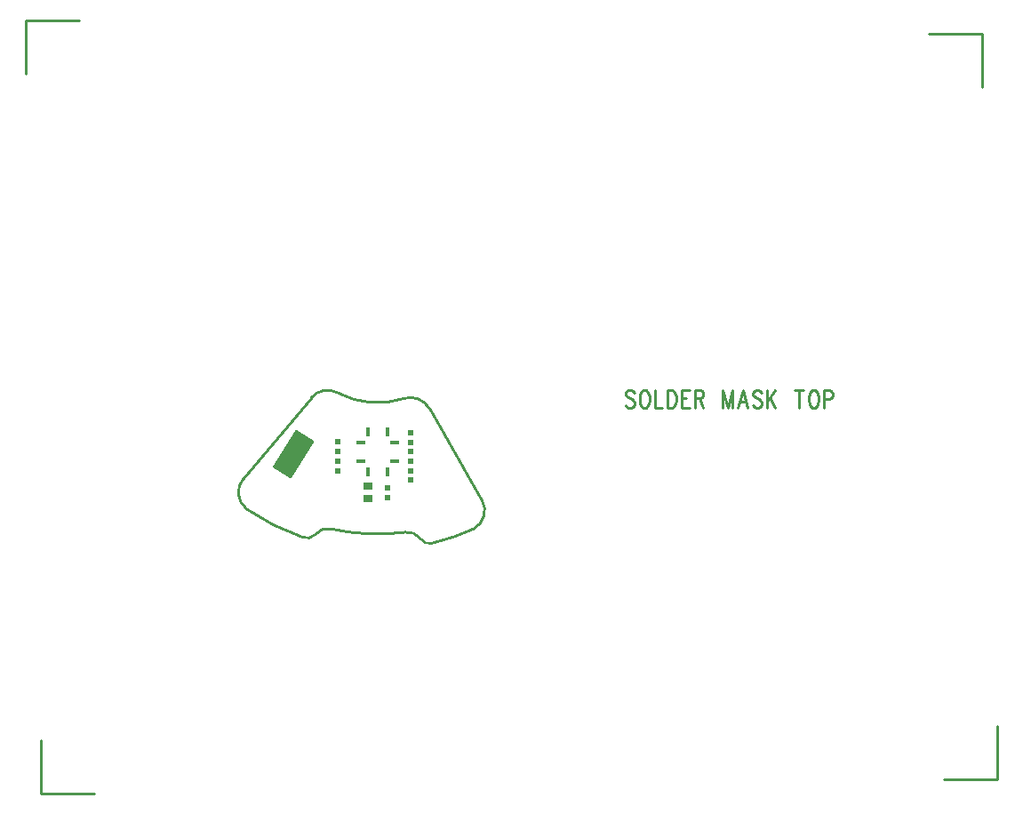
<source format=gbr>
*
*
G04 PADS 9.3 Build Number: 433611 generated Gerber (RS-274-X) file*
G04 PC Version=2.1*
*
%IN "LCORE_2.pcb"*%
*
%MOIN*%
*
%FSLAX35Y35*%
*
*
*
*
G04 PC Standard Apertures*
*
*
G04 Thermal Relief Aperture macro.*
%AMTER*
1,1,$1,0,0*
1,0,$1-$2,0,0*
21,0,$3,$4,0,0,45*
21,0,$3,$4,0,0,135*
%
*
*
G04 Annular Aperture macro.*
%AMANN*
1,1,$1,0,0*
1,0,$2,0,0*
%
*
*
G04 Odd Aperture macro.*
%AMODD*
1,1,$1,0,0*
1,0,$1-0.005,0,0*
%
*
*
G04 PC Custom Aperture Macros*
*
*
*
*
*
*
G04 PC Aperture Table*
*
%ADD010C,0.001*%
%ADD012C,0.01*%
%ADD027C,0.00039*%
%ADD028R,0.02365X0.02365*%
%ADD029R,0.037X0.026*%
%ADD035R,0.0335X0.01578*%
%ADD036R,0.01578X0.0335*%
*
*
*
*
G04 PC Circuitry*
G04 Layer Name LCORE_2.pcb - circuitry*
%LPD*%
*
*
G04 PC Custom Flashes*
G04 Layer Name LCORE_2.pcb - flashes*
%LPD*%
*
*
G04 PC Circuitry*
G04 Layer Name LCORE_2.pcb - circuitry*
%LPD*%
*
G54D10*
G54D12*
G01X2046025Y1605357D02*
X2045570Y1605982D01*
X2044889Y1606295*
X2043980*
X2043298Y1605982*
X2042843Y1605357*
Y1604732*
X2043070Y1604107*
X2043298Y1603795*
X2043752Y1603482*
X2045116Y1602857*
X2045570Y1602545*
X2045798Y1602232*
X2046025Y1601607*
Y1600670*
X2045570Y1600045*
X2044889Y1599732*
X2043980*
X2043298Y1600045*
X2042843Y1600670*
X2049434Y1606295D02*
X2048980Y1605982D01*
X2048525Y1605357*
X2048298Y1604732*
X2048070Y1603795*
Y1602232*
X2048298Y1601295*
X2048525Y1600670*
X2048980Y1600045*
X2049434Y1599732*
X2050343*
X2050798Y1600045*
X2051252Y1600670*
X2051480Y1601295*
X2051707Y1602232*
Y1603795*
X2051480Y1604732*
X2051252Y1605357*
X2050798Y1605982*
X2050343Y1606295*
X2049434*
X2053752D02*
Y1599732D01*
X2056480*
X2058525Y1606295D02*
Y1599732D01*
Y1606295D02*
X2060116D01*
X2060798Y1605982*
X2061252Y1605357*
X2061480Y1604732*
X2061707Y1603795*
Y1602232*
X2061480Y1601295*
X2061252Y1600670*
X2060798Y1600045*
X2060116Y1599732*
X2058525*
X2063752Y1606295D02*
Y1599732D01*
Y1606295D02*
X2066707D01*
X2063752Y1603170D02*
X2065570D01*
X2063752Y1599732D02*
X2066707D01*
X2068752Y1606295D02*
Y1599732D01*
Y1606295D02*
X2070798D01*
X2071480Y1605982*
X2071707Y1605670*
X2071934Y1605045*
Y1604420*
X2071707Y1603795*
X2071480Y1603482*
X2070798Y1603170*
X2068752*
X2070343D02*
X2071934Y1599732D01*
X2079207Y1606295D02*
Y1599732D01*
Y1606295D02*
X2081025Y1599732D01*
X2082843Y1606295D02*
X2081025Y1599732D01*
X2082843Y1606295D02*
Y1599732D01*
X2086707Y1606295D02*
X2084889Y1599732D01*
X2086707Y1606295D02*
X2088525Y1599732D01*
X2085570Y1601920D02*
X2087843D01*
X2093752Y1605357D02*
X2093298Y1605982D01*
X2092616Y1606295*
X2091707*
X2091025Y1605982*
X2090570Y1605357*
Y1604732*
X2090798Y1604107*
X2091025Y1603795*
X2091480Y1603482*
X2092843Y1602857*
X2093298Y1602545*
X2093525Y1602232*
X2093752Y1601607*
Y1600670*
X2093298Y1600045*
X2092616Y1599732*
X2091707*
X2091025Y1600045*
X2090570Y1600670*
X2095798Y1606295D02*
Y1599732D01*
X2098980Y1606295D02*
X2095798Y1601920D01*
X2096934Y1603482D02*
X2098980Y1599732D01*
X2107843Y1606295D02*
Y1599732D01*
X2106252Y1606295D02*
X2109434D01*
X2112843D02*
X2112389Y1605982D01*
X2111934Y1605357*
X2111707Y1604732*
X2111480Y1603795*
Y1602232*
X2111707Y1601295*
X2111934Y1600670*
X2112389Y1600045*
X2112843Y1599732*
X2113752*
X2114207Y1600045*
X2114661Y1600670*
X2114889Y1601295*
X2115116Y1602232*
Y1603795*
X2114889Y1604732*
X2114661Y1605357*
X2114207Y1605982*
X2113752Y1606295*
X2112843*
X2117161D02*
Y1599732D01*
Y1606295D02*
X2119207D01*
X2119889Y1605982*
X2120116Y1605670*
X2120343Y1605045*
Y1604107*
X2120116Y1603482*
X2119889Y1603170*
X2119207Y1602857*
X2117161*
X1900788Y1561558D02*
G75*
G03X1921809Y1551031I48934J71466D01*
G01X1921827Y1551025D02*
G03X1926389Y1552091I1471J3999D01*
G01X1932249Y1554225D02*
G03X1926391Y1552092I-1336J-5442D01*
G01X1932289Y1554216D02*
G03X1960292Y1552993I17468J78795D01*
G01X1965815Y1550567D02*
G03X1960269Y1552990I-4781J-3386D01*
G01X1965819Y1550561D02*
G03X1970341Y1548880I3345J2074D01*
G01X1970380Y1548889D02*
G03X1985922Y1554286I-20514J84150D01*
G01X1985913Y1554281D02*
G03X1988944Y1564993I-3840J6872D01*
G01X1988940Y1564999D02*
X1969016Y1599606D01*
X1969018Y1599603D02*
G03X1959686Y1603148I-6910J-4135D01*
G01X1934880Y1605240D02*
G03X1959709Y1603156I14835J27784D01*
G01X1934845Y1605259D02*
G03X1924876Y1603376I-3866J-6861D01*
G01X1924879Y1603379D02*
X1899587Y1573281D01*
X1899585Y1573278D02*
G03X1900763Y1561574I5923J-5315D01*
G01X1837791Y1744944D02*
X1817791D01*
Y1724944*
X1823603Y1475056D02*
Y1455056D01*
X1843603*
X2162209Y1460312D02*
X2182209D01*
Y1480312*
X2176373Y1719944D02*
Y1739944D01*
X2156373*
G54D27*
X1917049Y1573501D02*
X1925613Y1587206D01*
X1919031Y1591318*
X1910467Y1577613*
X1917049Y1573501*
X1917049*
X1916986Y1573540D02*
X1917073D01*
X1916923Y1573579D02*
X1917098D01*
X1916860Y1573619D02*
X1917123D01*
X1916797Y1573658D02*
X1917147D01*
X1916734Y1573698D02*
X1917172D01*
X1916671Y1573737D02*
X1917196D01*
X1916608Y1573776D02*
X1917221D01*
X1916545Y1573816D02*
X1917246D01*
X1916482Y1573855D02*
X1917270D01*
X1916419Y1573894D02*
X1917295D01*
X1916356Y1573934D02*
X1917319D01*
X1916293Y1573973D02*
X1917344D01*
X1916230Y1574013D02*
X1917369D01*
X1916167Y1574052D02*
X1917393D01*
X1916104Y1574091D02*
X1917418D01*
X1916041Y1574131D02*
X1917442D01*
X1915978Y1574170D02*
X1917467D01*
X1915915Y1574209D02*
X1917492D01*
X1915852Y1574249D02*
X1917516D01*
X1915789Y1574288D02*
X1917541D01*
X1915726Y1574327D02*
X1917565D01*
X1915663Y1574367D02*
X1917590D01*
X1915600Y1574406D02*
X1917615D01*
X1915537Y1574446D02*
X1917639D01*
X1915474Y1574485D02*
X1917664D01*
X1915411Y1574524D02*
X1917688D01*
X1915348Y1574564D02*
X1917713D01*
X1915285Y1574603D02*
X1917738D01*
X1915222Y1574642D02*
X1917762D01*
X1915159Y1574682D02*
X1917787D01*
X1915096Y1574721D02*
X1917811D01*
X1915033Y1574761D02*
X1917836D01*
X1914970Y1574800D02*
X1917861D01*
X1914907Y1574839D02*
X1917885D01*
X1914844Y1574879D02*
X1917910D01*
X1914781Y1574918D02*
X1917934D01*
X1914718Y1574957D02*
X1917959D01*
X1914655Y1574997D02*
X1917984D01*
X1914592Y1575036D02*
X1918008D01*
X1914529Y1575076D02*
X1918033D01*
X1914466Y1575115D02*
X1918057D01*
X1914403Y1575154D02*
X1918082D01*
X1914340Y1575194D02*
X1918107D01*
X1914277Y1575233D02*
X1918131D01*
X1914214Y1575272D02*
X1918156D01*
X1914151Y1575312D02*
X1918180D01*
X1914088Y1575351D02*
X1918205D01*
X1914025Y1575390D02*
X1918230D01*
X1913962Y1575430D02*
X1918254D01*
X1913899Y1575469D02*
X1918279D01*
X1913836Y1575509D02*
X1918303D01*
X1913773Y1575548D02*
X1918328D01*
X1913710Y1575587D02*
X1918353D01*
X1913647Y1575627D02*
X1918377D01*
X1913584Y1575666D02*
X1918402D01*
X1913521Y1575705D02*
X1918426D01*
X1913458Y1575745D02*
X1918451D01*
X1913394Y1575784D02*
X1918476D01*
X1913331Y1575824D02*
X1918500D01*
X1913268Y1575863D02*
X1918525D01*
X1913205Y1575902D02*
X1918549D01*
X1913142Y1575942D02*
X1918574D01*
X1913079Y1575981D02*
X1918599D01*
X1913016Y1576020D02*
X1918623D01*
X1912953Y1576060D02*
X1918648D01*
X1912890Y1576099D02*
X1918672D01*
X1912827Y1576138D02*
X1918697D01*
X1912764Y1576178D02*
X1918722D01*
X1912701Y1576217D02*
X1918746D01*
X1912638Y1576257D02*
X1918771D01*
X1912575Y1576296D02*
X1918795D01*
X1912512Y1576335D02*
X1918820D01*
X1912449Y1576375D02*
X1918845D01*
X1912386Y1576414D02*
X1918869D01*
X1912323Y1576453D02*
X1918894D01*
X1912260Y1576493D02*
X1918918D01*
X1912197Y1576532D02*
X1918943D01*
X1912134Y1576572D02*
X1918968D01*
X1912071Y1576611D02*
X1918992D01*
X1912008Y1576650D02*
X1919017D01*
X1911945Y1576690D02*
X1919042D01*
X1911882Y1576729D02*
X1919066D01*
X1911819Y1576768D02*
X1919091D01*
X1911756Y1576808D02*
X1919115D01*
X1911693Y1576847D02*
X1919140D01*
X1911630Y1576887D02*
X1919165D01*
X1911567Y1576926D02*
X1919189D01*
X1911504Y1576965D02*
X1919214D01*
X1911441Y1577005D02*
X1919238D01*
X1911378Y1577044D02*
X1919263D01*
X1911315Y1577083D02*
X1919288D01*
X1911252Y1577123D02*
X1919312D01*
X1911189Y1577162D02*
X1919337D01*
X1911126Y1577201D02*
X1919361D01*
X1911063Y1577241D02*
X1919386D01*
X1911000Y1577280D02*
X1919411D01*
X1910937Y1577320D02*
X1919435D01*
X1910874Y1577359D02*
X1919460D01*
X1910811Y1577398D02*
X1919484D01*
X1910748Y1577438D02*
X1919509D01*
X1910685Y1577477D02*
X1919534D01*
X1910622Y1577516D02*
X1919558D01*
X1910559Y1577556D02*
X1919583D01*
X1910496Y1577595D02*
X1919607D01*
X1910481Y1577635D02*
X1919632D01*
X1910505Y1577674D02*
X1919657D01*
X1910530Y1577713D02*
X1919681D01*
X1910555Y1577753D02*
X1919706D01*
X1910579Y1577792D02*
X1919730D01*
X1910604Y1577831D02*
X1919755D01*
X1910628Y1577871D02*
X1919780D01*
X1910653Y1577910D02*
X1919804D01*
X1910678Y1577950D02*
X1919829D01*
X1910702Y1577989D02*
X1919853D01*
X1910727Y1578028D02*
X1919878D01*
X1910751Y1578068D02*
X1919903D01*
X1910776Y1578107D02*
X1919927D01*
X1910801Y1578146D02*
X1919952D01*
X1910825Y1578186D02*
X1919976D01*
X1910850Y1578225D02*
X1920001D01*
X1910874Y1578264D02*
X1920026D01*
X1910899Y1578304D02*
X1920050D01*
X1910924Y1578343D02*
X1920075D01*
X1910948Y1578383D02*
X1920099D01*
X1910973Y1578422D02*
X1920124D01*
X1910997Y1578461D02*
X1920149D01*
X1911022Y1578501D02*
X1920173D01*
X1911047Y1578540D02*
X1920198D01*
X1911071Y1578579D02*
X1920222D01*
X1911096Y1578619D02*
X1920247D01*
X1911120Y1578658D02*
X1920272D01*
X1911145Y1578698D02*
X1920296D01*
X1911170Y1578737D02*
X1920321D01*
X1911194Y1578776D02*
X1920345D01*
X1911219Y1578816D02*
X1920370D01*
X1911243Y1578855D02*
X1920395D01*
X1911268Y1578894D02*
X1920419D01*
X1911293Y1578934D02*
X1920444D01*
X1911317Y1578973D02*
X1920468D01*
X1911342Y1579013D02*
X1920493D01*
X1911366Y1579052D02*
X1920518D01*
X1911391Y1579091D02*
X1920542D01*
X1911416Y1579131D02*
X1920567D01*
X1911440Y1579170D02*
X1920591D01*
X1911465Y1579209D02*
X1920616D01*
X1911489Y1579249D02*
X1920641D01*
X1911514Y1579288D02*
X1920665D01*
X1911539Y1579327D02*
X1920690D01*
X1911563Y1579367D02*
X1920714D01*
X1911588Y1579406D02*
X1920739D01*
X1911612Y1579446D02*
X1920764D01*
X1911637Y1579485D02*
X1920788D01*
X1911662Y1579524D02*
X1920813D01*
X1911686Y1579564D02*
X1920837D01*
X1911711Y1579603D02*
X1920862D01*
X1911735Y1579642D02*
X1920887D01*
X1911760Y1579682D02*
X1920911D01*
X1911785Y1579721D02*
X1920936D01*
X1911809Y1579761D02*
X1920960D01*
X1911834Y1579800D02*
X1920985D01*
X1911858Y1579839D02*
X1921010D01*
X1911883Y1579879D02*
X1921034D01*
X1911908Y1579918D02*
X1921059D01*
X1911932Y1579957D02*
X1921083D01*
X1911957Y1579997D02*
X1921108D01*
X1911981Y1580036D02*
X1921133D01*
X1912006Y1580076D02*
X1921157D01*
X1912031Y1580115D02*
X1921182D01*
X1912055Y1580154D02*
X1921206D01*
X1912080Y1580194D02*
X1921231D01*
X1912104Y1580233D02*
X1921256D01*
X1912129Y1580272D02*
X1921280D01*
X1912154Y1580312D02*
X1921305D01*
X1912178Y1580351D02*
X1921329D01*
X1912203Y1580390D02*
X1921354D01*
X1912227Y1580430D02*
X1921379D01*
X1912252Y1580469D02*
X1921403D01*
X1912277Y1580509D02*
X1921428D01*
X1912301Y1580548D02*
X1921452D01*
X1912326Y1580587D02*
X1921477D01*
X1912350Y1580627D02*
X1921502D01*
X1912375Y1580666D02*
X1921526D01*
X1912400Y1580705D02*
X1921551D01*
X1912424Y1580745D02*
X1921575D01*
X1912449Y1580784D02*
X1921600D01*
X1912473Y1580824D02*
X1921625D01*
X1912498Y1580863D02*
X1921649D01*
X1912523Y1580902D02*
X1921674D01*
X1912547Y1580942D02*
X1921698D01*
X1912572Y1580981D02*
X1921723D01*
X1912596Y1581020D02*
X1921748D01*
X1912621Y1581060D02*
X1921772D01*
X1912646Y1581099D02*
X1921797D01*
X1912670Y1581138D02*
X1921821D01*
X1912695Y1581178D02*
X1921846D01*
X1912719Y1581217D02*
X1921871D01*
X1912744Y1581257D02*
X1921895D01*
X1912769Y1581296D02*
X1921920D01*
X1912793Y1581335D02*
X1921944D01*
X1912818Y1581375D02*
X1921969D01*
X1912842Y1581414D02*
X1921994D01*
X1912867Y1581453D02*
X1922018D01*
X1912892Y1581493D02*
X1922043D01*
X1912916Y1581532D02*
X1922067D01*
X1912941Y1581572D02*
X1922092D01*
X1912965Y1581611D02*
X1922117D01*
X1912990Y1581650D02*
X1922141D01*
X1913015Y1581690D02*
X1922166D01*
X1913039Y1581729D02*
X1922190D01*
X1913064Y1581768D02*
X1922215D01*
X1913088Y1581808D02*
X1922240D01*
X1913113Y1581847D02*
X1922264D01*
X1913138Y1581887D02*
X1922289D01*
X1913162Y1581926D02*
X1922313D01*
X1913187Y1581965D02*
X1922338D01*
X1913211Y1582005D02*
X1922363D01*
X1913236Y1582044D02*
X1922387D01*
X1913261Y1582083D02*
X1922412D01*
X1913285Y1582123D02*
X1922436D01*
X1913310Y1582162D02*
X1922461D01*
X1913334Y1582201D02*
X1922486D01*
X1913359Y1582241D02*
X1922510D01*
X1913384Y1582280D02*
X1922535D01*
X1913408Y1582320D02*
X1922559D01*
X1913433Y1582359D02*
X1922584D01*
X1913458Y1582398D02*
X1922609D01*
X1913482Y1582438D02*
X1922633D01*
X1913507Y1582477D02*
X1922658D01*
X1913531Y1582516D02*
X1922682D01*
X1913556Y1582556D02*
X1922707D01*
X1913581Y1582595D02*
X1922732D01*
X1913605Y1582635D02*
X1922756D01*
X1913630Y1582674D02*
X1922781D01*
X1913654Y1582713D02*
X1922805D01*
X1913679Y1582753D02*
X1922830D01*
X1913704Y1582792D02*
X1922855D01*
X1913728Y1582831D02*
X1922879D01*
X1913753Y1582871D02*
X1922904D01*
X1913777Y1582910D02*
X1922928D01*
X1913802Y1582950D02*
X1922953D01*
X1913827Y1582989D02*
X1922978D01*
X1913851Y1583028D02*
X1923002D01*
X1913876Y1583068D02*
X1923027D01*
X1913900Y1583107D02*
X1923051D01*
X1913925Y1583146D02*
X1923076D01*
X1913950Y1583186D02*
X1923101D01*
X1913974Y1583225D02*
X1923125D01*
X1913999Y1583264D02*
X1923150D01*
X1914023Y1583304D02*
X1923174D01*
X1914048Y1583343D02*
X1923199D01*
X1914073Y1583383D02*
X1923224D01*
X1914097Y1583422D02*
X1923248D01*
X1914122Y1583461D02*
X1923273D01*
X1914146Y1583501D02*
X1923297D01*
X1914171Y1583540D02*
X1923322D01*
X1914196Y1583579D02*
X1923347D01*
X1914220Y1583619D02*
X1923371D01*
X1914245Y1583658D02*
X1923396D01*
X1914269Y1583698D02*
X1923421D01*
X1914294Y1583737D02*
X1923445D01*
X1914319Y1583776D02*
X1923470D01*
X1914343Y1583816D02*
X1923494D01*
X1914368Y1583855D02*
X1923519D01*
X1914392Y1583894D02*
X1923544D01*
X1914417Y1583934D02*
X1923568D01*
X1914442Y1583973D02*
X1923593D01*
X1914466Y1584013D02*
X1923617D01*
X1914491Y1584052D02*
X1923642D01*
X1914515Y1584091D02*
X1923667D01*
X1914540Y1584131D02*
X1923691D01*
X1914565Y1584170D02*
X1923716D01*
X1914589Y1584209D02*
X1923740D01*
X1914614Y1584249D02*
X1923765D01*
X1914638Y1584288D02*
X1923790D01*
X1914663Y1584327D02*
X1923814D01*
X1914688Y1584367D02*
X1923839D01*
X1914712Y1584406D02*
X1923863D01*
X1914737Y1584446D02*
X1923888D01*
X1914761Y1584485D02*
X1923913D01*
X1914786Y1584524D02*
X1923937D01*
X1914811Y1584564D02*
X1923962D01*
X1914835Y1584603D02*
X1923986D01*
X1914860Y1584642D02*
X1924011D01*
X1914884Y1584682D02*
X1924036D01*
X1914909Y1584721D02*
X1924060D01*
X1914934Y1584761D02*
X1924085D01*
X1914958Y1584800D02*
X1924109D01*
X1914983Y1584839D02*
X1924134D01*
X1915007Y1584879D02*
X1924159D01*
X1915032Y1584918D02*
X1924183D01*
X1915057Y1584957D02*
X1924208D01*
X1915081Y1584997D02*
X1924232D01*
X1915106Y1585036D02*
X1924257D01*
X1915130Y1585076D02*
X1924282D01*
X1915155Y1585115D02*
X1924306D01*
X1915180Y1585154D02*
X1924331D01*
X1915204Y1585194D02*
X1924355D01*
X1915229Y1585233D02*
X1924380D01*
X1915253Y1585272D02*
X1924405D01*
X1915278Y1585312D02*
X1924429D01*
X1915303Y1585351D02*
X1924454D01*
X1915327Y1585390D02*
X1924478D01*
X1915352Y1585430D02*
X1924503D01*
X1915376Y1585469D02*
X1924528D01*
X1915401Y1585509D02*
X1924552D01*
X1915426Y1585548D02*
X1924577D01*
X1915450Y1585587D02*
X1924601D01*
X1915475Y1585627D02*
X1924626D01*
X1915499Y1585666D02*
X1924651D01*
X1915524Y1585705D02*
X1924675D01*
X1915549Y1585745D02*
X1924700D01*
X1915573Y1585784D02*
X1924724D01*
X1915598Y1585824D02*
X1924749D01*
X1915622Y1585863D02*
X1924774D01*
X1915647Y1585902D02*
X1924798D01*
X1915672Y1585942D02*
X1924823D01*
X1915696Y1585981D02*
X1924847D01*
X1915721Y1586020D02*
X1924872D01*
X1915745Y1586060D02*
X1924897D01*
X1915770Y1586099D02*
X1924921D01*
X1915795Y1586138D02*
X1924946D01*
X1915819Y1586178D02*
X1924970D01*
X1915844Y1586217D02*
X1924995D01*
X1915868Y1586257D02*
X1925020D01*
X1915893Y1586296D02*
X1925044D01*
X1915918Y1586335D02*
X1925069D01*
X1915942Y1586375D02*
X1925093D01*
X1915967Y1586414D02*
X1925118D01*
X1915991Y1586453D02*
X1925143D01*
X1916016Y1586493D02*
X1925167D01*
X1916041Y1586532D02*
X1925192D01*
X1916065Y1586572D02*
X1925216D01*
X1916090Y1586611D02*
X1925241D01*
X1916114Y1586650D02*
X1925266D01*
X1916139Y1586690D02*
X1925290D01*
X1916164Y1586729D02*
X1925315D01*
X1916188Y1586768D02*
X1925339D01*
X1916213Y1586808D02*
X1925364D01*
X1916237Y1586847D02*
X1925389D01*
X1916262Y1586887D02*
X1925413D01*
X1916287Y1586926D02*
X1925438D01*
X1916311Y1586965D02*
X1925462D01*
X1916336Y1587005D02*
X1925487D01*
X1916360Y1587044D02*
X1925512D01*
X1916385Y1587083D02*
X1925536D01*
X1916410Y1587123D02*
X1925561D01*
X1916434Y1587162D02*
X1925585D01*
X1916459Y1587201D02*
X1925610D01*
X1916483Y1587241D02*
X1925556D01*
X1916508Y1587280D02*
X1925493D01*
X1916533Y1587320D02*
X1925430D01*
X1916557Y1587359D02*
X1925367D01*
X1916582Y1587398D02*
X1925304D01*
X1916606Y1587438D02*
X1925241D01*
X1916631Y1587477D02*
X1925178D01*
X1916656Y1587516D02*
X1925115D01*
X1916680Y1587556D02*
X1925052D01*
X1916705Y1587595D02*
X1924989D01*
X1916729Y1587635D02*
X1924926D01*
X1916754Y1587674D02*
X1924863D01*
X1916779Y1587713D02*
X1924800D01*
X1916803Y1587753D02*
X1924737D01*
X1916828Y1587792D02*
X1924674D01*
X1916852Y1587831D02*
X1924611D01*
X1916877Y1587871D02*
X1924548D01*
X1916902Y1587910D02*
X1924485D01*
X1916926Y1587950D02*
X1924422D01*
X1916951Y1587989D02*
X1924359D01*
X1916975Y1588028D02*
X1924296D01*
X1917000Y1588068D02*
X1924233D01*
X1917025Y1588107D02*
X1924170D01*
X1917049Y1588146D02*
X1924107D01*
X1917074Y1588186D02*
X1924044D01*
X1917098Y1588225D02*
X1923981D01*
X1917123Y1588264D02*
X1923918D01*
X1917148Y1588304D02*
X1923855D01*
X1917172Y1588343D02*
X1923792D01*
X1917197Y1588383D02*
X1923729D01*
X1917221Y1588422D02*
X1923666D01*
X1917246Y1588461D02*
X1923603D01*
X1917271Y1588501D02*
X1923540D01*
X1917295Y1588540D02*
X1923477D01*
X1917320Y1588579D02*
X1923414D01*
X1917344Y1588619D02*
X1923351D01*
X1917369Y1588658D02*
X1923288D01*
X1917394Y1588698D02*
X1923225D01*
X1917418Y1588737D02*
X1923162D01*
X1917443Y1588776D02*
X1923099D01*
X1917467Y1588816D02*
X1923036D01*
X1917492Y1588855D02*
X1922973D01*
X1917517Y1588894D02*
X1922910D01*
X1917541Y1588934D02*
X1922847D01*
X1917566Y1588973D02*
X1922784D01*
X1917590Y1589013D02*
X1922721D01*
X1917615Y1589052D02*
X1922658D01*
X1917640Y1589091D02*
X1922595D01*
X1917664Y1589131D02*
X1922532D01*
X1917689Y1589170D02*
X1922469D01*
X1917714Y1589209D02*
X1922406D01*
X1917738Y1589249D02*
X1922343D01*
X1917763Y1589288D02*
X1922280D01*
X1917787Y1589327D02*
X1922217D01*
X1917812Y1589367D02*
X1922154D01*
X1917837Y1589406D02*
X1922091D01*
X1917861Y1589446D02*
X1922028D01*
X1917886Y1589485D02*
X1921965D01*
X1917910Y1589524D02*
X1921902D01*
X1917935Y1589564D02*
X1921839D01*
X1917960Y1589603D02*
X1921776D01*
X1917984Y1589642D02*
X1921713D01*
X1918009Y1589682D02*
X1921650D01*
X1918033Y1589721D02*
X1921587D01*
X1918058Y1589761D02*
X1921524D01*
X1918083Y1589800D02*
X1921461D01*
X1918107Y1589839D02*
X1921398D01*
X1918132Y1589879D02*
X1921335D01*
X1918156Y1589918D02*
X1921272D01*
X1918181Y1589957D02*
X1921209D01*
X1918206Y1589997D02*
X1921146D01*
X1918230Y1590036D02*
X1921083D01*
X1918255Y1590076D02*
X1921020D01*
X1918279Y1590115D02*
X1920957D01*
X1918304Y1590154D02*
X1920894D01*
X1918329Y1590194D02*
X1920831D01*
X1918353Y1590233D02*
X1920768D01*
X1918378Y1590272D02*
X1920705D01*
X1918402Y1590312D02*
X1920642D01*
X1918427Y1590351D02*
X1920579D01*
X1918452Y1590390D02*
X1920516D01*
X1918476Y1590430D02*
X1920453D01*
X1918501Y1590469D02*
X1920390D01*
X1918525Y1590509D02*
X1920327D01*
X1918550Y1590548D02*
X1920264D01*
X1918575Y1590587D02*
X1920201D01*
X1918599Y1590627D02*
X1920138D01*
X1918624Y1590666D02*
X1920075D01*
X1918648Y1590705D02*
X1920012D01*
X1918673Y1590745D02*
X1919949D01*
X1918698Y1590784D02*
X1919886D01*
X1918722Y1590824D02*
X1919823D01*
X1918747Y1590863D02*
X1919760D01*
X1918771Y1590902D02*
X1919697D01*
X1918796Y1590942D02*
X1919634D01*
X1918821Y1590981D02*
X1919571D01*
X1918845Y1591020D02*
X1919508D01*
X1918870Y1591060D02*
X1919445D01*
X1918894Y1591099D02*
X1919382D01*
X1918919Y1591138D02*
X1919319D01*
X1918944Y1591178D02*
X1919256D01*
X1918968Y1591217D02*
X1919193D01*
X1918993Y1591257D02*
X1919130D01*
X1919017Y1591296D02*
X1919067D01*
X1910467Y1577613D02*
X1910467D01*
X1910507Y1577589D02*
Y1577676D01*
X1910546Y1577564D02*
Y1577739D01*
X1910586Y1577539D02*
Y1577802D01*
X1910625Y1577515D02*
Y1577865D01*
X1910664Y1577490D02*
Y1577928D01*
X1910704Y1577466D02*
Y1577991D01*
X1910743Y1577441D02*
Y1578054D01*
X1910782Y1577416D02*
Y1578117D01*
X1910822Y1577392D02*
Y1578180D01*
X1910861Y1577367D02*
Y1578243D01*
X1910900Y1577343D02*
Y1578306D01*
X1910940Y1577318D02*
Y1578369D01*
X1910979Y1577293D02*
Y1578432D01*
X1911019Y1577269D02*
Y1578495D01*
X1911058Y1577244D02*
Y1578558D01*
X1911097Y1577220D02*
Y1578621D01*
X1911137Y1577195D02*
Y1578684D01*
X1911176Y1577170D02*
Y1578747D01*
X1911215Y1577146D02*
Y1578810D01*
X1911255Y1577121D02*
Y1578873D01*
X1911294Y1577097D02*
Y1578936D01*
X1911334Y1577072D02*
Y1578999D01*
X1911373Y1577047D02*
Y1579062D01*
X1911412Y1577023D02*
Y1579125D01*
X1911452Y1576998D02*
Y1579188D01*
X1911491Y1576974D02*
Y1579251D01*
X1911530Y1576949D02*
Y1579314D01*
X1911570Y1576924D02*
Y1579377D01*
X1911609Y1576900D02*
Y1579440D01*
X1911649Y1576875D02*
Y1579503D01*
X1911688Y1576851D02*
Y1579566D01*
X1911727Y1576826D02*
Y1579629D01*
X1911767Y1576801D02*
Y1579692D01*
X1911806Y1576777D02*
Y1579755D01*
X1911845Y1576752D02*
Y1579818D01*
X1911885Y1576728D02*
Y1579881D01*
X1911924Y1576703D02*
Y1579944D01*
X1911963Y1576678D02*
Y1580007D01*
X1912003Y1576654D02*
Y1580070D01*
X1912042Y1576629D02*
Y1580133D01*
X1912082Y1576605D02*
Y1580196D01*
X1912121Y1576580D02*
Y1580259D01*
X1912160Y1576555D02*
Y1580322D01*
X1912200Y1576531D02*
Y1580385D01*
X1912239Y1576506D02*
Y1580448D01*
X1912278Y1576482D02*
Y1580511D01*
X1912318Y1576457D02*
Y1580574D01*
X1912357Y1576432D02*
Y1580637D01*
X1912397Y1576408D02*
Y1580700D01*
X1912436Y1576383D02*
Y1580763D01*
X1912475Y1576359D02*
Y1580826D01*
X1912515Y1576334D02*
Y1580889D01*
X1912554Y1576309D02*
Y1580952D01*
X1912593Y1576285D02*
Y1581015D01*
X1912633Y1576260D02*
Y1581079D01*
X1912672Y1576236D02*
Y1581142D01*
X1912712Y1576211D02*
Y1581205D01*
X1912751Y1576186D02*
Y1581268D01*
X1912790Y1576162D02*
Y1581331D01*
X1912830Y1576137D02*
Y1581394D01*
X1912869Y1576113D02*
Y1581457D01*
X1912908Y1576088D02*
Y1581520D01*
X1912948Y1576063D02*
Y1581583D01*
X1912987Y1576039D02*
Y1581646D01*
X1913026Y1576014D02*
Y1581709D01*
X1913066Y1575990D02*
Y1581772D01*
X1913105Y1575965D02*
Y1581835D01*
X1913145Y1575940D02*
Y1581898D01*
X1913184Y1575916D02*
Y1581961D01*
X1913223Y1575891D02*
Y1582024D01*
X1913263Y1575867D02*
Y1582087D01*
X1913302Y1575842D02*
Y1582150D01*
X1913341Y1575817D02*
Y1582213D01*
X1913381Y1575793D02*
Y1582276D01*
X1913420Y1575768D02*
Y1582339D01*
X1913460Y1575744D02*
Y1582402D01*
X1913499Y1575719D02*
Y1582465D01*
X1913538Y1575694D02*
Y1582528D01*
X1913578Y1575670D02*
Y1582591D01*
X1913617Y1575645D02*
Y1582654D01*
X1913656Y1575621D02*
Y1582717D01*
X1913696Y1575596D02*
Y1582780D01*
X1913735Y1575571D02*
Y1582843D01*
X1913775Y1575547D02*
Y1582906D01*
X1913814Y1575522D02*
Y1582969D01*
X1913853Y1575498D02*
Y1583032D01*
X1913893Y1575473D02*
Y1583095D01*
X1913932Y1575448D02*
Y1583158D01*
X1913971Y1575424D02*
Y1583221D01*
X1914011Y1575399D02*
Y1583284D01*
X1914050Y1575375D02*
Y1583347D01*
X1914089Y1575350D02*
Y1583410D01*
X1914129Y1575325D02*
Y1583473D01*
X1914168Y1575301D02*
Y1583536D01*
X1914208Y1575276D02*
Y1583599D01*
X1914247Y1575251D02*
Y1583662D01*
X1914286Y1575227D02*
Y1583725D01*
X1914326Y1575202D02*
Y1583788D01*
X1914365Y1575178D02*
Y1583851D01*
X1914404Y1575153D02*
Y1583914D01*
X1914444Y1575128D02*
Y1583977D01*
X1914483Y1575104D02*
Y1584040D01*
X1914523Y1575079D02*
Y1584103D01*
X1914562Y1575055D02*
Y1584166D01*
X1914601Y1575030D02*
Y1584229D01*
X1914641Y1575005D02*
Y1584292D01*
X1914680Y1574981D02*
Y1584355D01*
X1914719Y1574956D02*
Y1584418D01*
X1914759Y1574932D02*
Y1584481D01*
X1914798Y1574907D02*
Y1584544D01*
X1914837Y1574882D02*
Y1584607D01*
X1914877Y1574858D02*
Y1584670D01*
X1914916Y1574833D02*
Y1584733D01*
X1914956Y1574809D02*
Y1584796D01*
X1914995Y1574784D02*
Y1584859D01*
X1915034Y1574759D02*
Y1584922D01*
X1915074Y1574735D02*
Y1584985D01*
X1915113Y1574710D02*
Y1585048D01*
X1915152Y1574686D02*
Y1585111D01*
X1915192Y1574661D02*
Y1585174D01*
X1915231Y1574636D02*
Y1585237D01*
X1915271Y1574612D02*
Y1585300D01*
X1915310Y1574587D02*
Y1585363D01*
X1915349Y1574563D02*
Y1585426D01*
X1915389Y1574538D02*
Y1585489D01*
X1915428Y1574513D02*
Y1585552D01*
X1915467Y1574489D02*
Y1585615D01*
X1915507Y1574464D02*
Y1585678D01*
X1915546Y1574440D02*
Y1585741D01*
X1915586Y1574415D02*
Y1585804D01*
X1915625Y1574390D02*
Y1585867D01*
X1915664Y1574366D02*
Y1585930D01*
X1915704Y1574341D02*
Y1585993D01*
X1915743Y1574317D02*
Y1586056D01*
X1915782Y1574292D02*
Y1586119D01*
X1915822Y1574267D02*
Y1586182D01*
X1915861Y1574243D02*
Y1586245D01*
X1915900Y1574218D02*
Y1586308D01*
X1915940Y1574194D02*
Y1586371D01*
X1915979Y1574169D02*
Y1586434D01*
X1916019Y1574144D02*
Y1586497D01*
X1916058Y1574120D02*
Y1586560D01*
X1916097Y1574095D02*
Y1586623D01*
X1916137Y1574071D02*
Y1586686D01*
X1916176Y1574046D02*
Y1586749D01*
X1916215Y1574021D02*
Y1586812D01*
X1916255Y1573997D02*
Y1586875D01*
X1916294Y1573972D02*
Y1586938D01*
X1916334Y1573948D02*
Y1587001D01*
X1916373Y1573923D02*
Y1587064D01*
X1916412Y1573898D02*
Y1587127D01*
X1916452Y1573874D02*
Y1587190D01*
X1916491Y1573849D02*
Y1587253D01*
X1916530Y1573825D02*
Y1587316D01*
X1916570Y1573800D02*
Y1587379D01*
X1916609Y1573775D02*
Y1587442D01*
X1916649Y1573751D02*
Y1587505D01*
X1916688Y1573726D02*
Y1587568D01*
X1916727Y1573702D02*
Y1587631D01*
X1916767Y1573677D02*
Y1587694D01*
X1916806Y1573652D02*
Y1587757D01*
X1916845Y1573628D02*
Y1587820D01*
X1916885Y1573603D02*
Y1587883D01*
X1916924Y1573579D02*
Y1587946D01*
X1916963Y1573554D02*
Y1588009D01*
X1917003Y1573529D02*
Y1588072D01*
X1917042Y1573505D02*
Y1588135D01*
X1917082Y1573553D02*
Y1588198D01*
X1917121Y1573616D02*
Y1588261D01*
X1917160Y1573679D02*
Y1588324D01*
X1917200Y1573742D02*
Y1588387D01*
X1917239Y1573805D02*
Y1588450D01*
X1917278Y1573868D02*
Y1588513D01*
X1917318Y1573931D02*
Y1588576D01*
X1917357Y1573994D02*
Y1588639D01*
X1917397Y1574057D02*
Y1588702D01*
X1917436Y1574120D02*
Y1588765D01*
X1917475Y1574183D02*
Y1588828D01*
X1917515Y1574246D02*
Y1588891D01*
X1917554Y1574309D02*
Y1588954D01*
X1917593Y1574372D02*
Y1589017D01*
X1917633Y1574435D02*
Y1589080D01*
X1917672Y1574498D02*
Y1589143D01*
X1917712Y1574561D02*
Y1589206D01*
X1917751Y1574624D02*
Y1589269D01*
X1917790Y1574687D02*
Y1589332D01*
X1917830Y1574750D02*
Y1589395D01*
X1917869Y1574813D02*
Y1589458D01*
X1917908Y1574876D02*
Y1589521D01*
X1917948Y1574939D02*
Y1589584D01*
X1917987Y1575002D02*
Y1589647D01*
X1918026Y1575065D02*
Y1589710D01*
X1918066Y1575128D02*
Y1589773D01*
X1918105Y1575191D02*
Y1589836D01*
X1918145Y1575254D02*
Y1589899D01*
X1918184Y1575317D02*
Y1589962D01*
X1918223Y1575380D02*
Y1590025D01*
X1918263Y1575443D02*
Y1590088D01*
X1918302Y1575506D02*
Y1590151D01*
X1918341Y1575569D02*
Y1590214D01*
X1918381Y1575632D02*
Y1590277D01*
X1918420Y1575695D02*
Y1590340D01*
X1918460Y1575758D02*
Y1590403D01*
X1918499Y1575821D02*
Y1590466D01*
X1918538Y1575884D02*
Y1590529D01*
X1918578Y1575947D02*
Y1590592D01*
X1918617Y1576010D02*
Y1590655D01*
X1918656Y1576073D02*
Y1590718D01*
X1918696Y1576136D02*
Y1590781D01*
X1918735Y1576199D02*
Y1590844D01*
X1918775Y1576262D02*
Y1590907D01*
X1918814Y1576325D02*
Y1590970D01*
X1918853Y1576388D02*
Y1591033D01*
X1918893Y1576451D02*
Y1591096D01*
X1918932Y1576514D02*
Y1591159D01*
X1918971Y1576577D02*
Y1591222D01*
X1919011Y1576640D02*
Y1591285D01*
X1919050Y1576703D02*
Y1591306D01*
X1919089Y1576766D02*
Y1591282D01*
X1919129Y1576829D02*
Y1591257D01*
X1919168Y1576892D02*
Y1591233D01*
X1919208Y1576955D02*
Y1591208D01*
X1919247Y1577018D02*
Y1591183D01*
X1919286Y1577081D02*
Y1591159D01*
X1919326Y1577144D02*
Y1591134D01*
X1919365Y1577207D02*
Y1591110D01*
X1919404Y1577270D02*
Y1591085D01*
X1919444Y1577333D02*
Y1591060D01*
X1919483Y1577396D02*
Y1591036D01*
X1919523Y1577459D02*
Y1591011D01*
X1919562Y1577523D02*
Y1590987D01*
X1919601Y1577586D02*
Y1590962D01*
X1919641Y1577649D02*
Y1590937D01*
X1919680Y1577712D02*
Y1590913D01*
X1919719Y1577775D02*
Y1590888D01*
X1919759Y1577838D02*
Y1590864D01*
X1919798Y1577901D02*
Y1590839D01*
X1919837Y1577964D02*
Y1590814D01*
X1919877Y1578027D02*
Y1590790D01*
X1919916Y1578090D02*
Y1590765D01*
X1919956Y1578153D02*
Y1590741D01*
X1919995Y1578216D02*
Y1590716D01*
X1920034Y1578279D02*
Y1590691D01*
X1920074Y1578342D02*
Y1590667D01*
X1920113Y1578405D02*
Y1590642D01*
X1920152Y1578468D02*
Y1590618D01*
X1920192Y1578531D02*
Y1590593D01*
X1920231Y1578594D02*
Y1590568D01*
X1920271Y1578657D02*
Y1590544D01*
X1920310Y1578720D02*
Y1590519D01*
X1920349Y1578783D02*
Y1590495D01*
X1920389Y1578846D02*
Y1590470D01*
X1920428Y1578909D02*
Y1590445D01*
X1920467Y1578972D02*
Y1590421D01*
X1920507Y1579035D02*
Y1590396D01*
X1920546Y1579098D02*
Y1590372D01*
X1920586Y1579161D02*
Y1590347D01*
X1920625Y1579224D02*
Y1590322D01*
X1920664Y1579287D02*
Y1590298D01*
X1920704Y1579350D02*
Y1590273D01*
X1920743Y1579413D02*
Y1590249D01*
X1920782Y1579476D02*
Y1590224D01*
X1920822Y1579539D02*
Y1590199D01*
X1920861Y1579602D02*
Y1590175D01*
X1920900Y1579665D02*
Y1590150D01*
X1920940Y1579728D02*
Y1590126D01*
X1920979Y1579791D02*
Y1590101D01*
X1921019Y1579854D02*
Y1590076D01*
X1921058Y1579917D02*
Y1590052D01*
X1921097Y1579980D02*
Y1590027D01*
X1921137Y1580043D02*
Y1590003D01*
X1921176Y1580106D02*
Y1589978D01*
X1921215Y1580169D02*
Y1589953D01*
X1921255Y1580232D02*
Y1589929D01*
X1921294Y1580295D02*
Y1589904D01*
X1921334Y1580358D02*
Y1589880D01*
X1921373Y1580421D02*
Y1589855D01*
X1921412Y1580484D02*
Y1589830D01*
X1921452Y1580547D02*
Y1589806D01*
X1921491Y1580610D02*
Y1589781D01*
X1921530Y1580673D02*
Y1589757D01*
X1921570Y1580736D02*
Y1589732D01*
X1921609Y1580799D02*
Y1589707D01*
X1921649Y1580862D02*
Y1589683D01*
X1921688Y1580925D02*
Y1589658D01*
X1921727Y1580988D02*
Y1589634D01*
X1921767Y1581051D02*
Y1589609D01*
X1921806Y1581114D02*
Y1589584D01*
X1921845Y1581177D02*
Y1589560D01*
X1921885Y1581240D02*
Y1589535D01*
X1921924Y1581303D02*
Y1589511D01*
X1921963Y1581366D02*
Y1589486D01*
X1922003Y1581429D02*
Y1589461D01*
X1922042Y1581492D02*
Y1589437D01*
X1922082Y1581555D02*
Y1589412D01*
X1922121Y1581618D02*
Y1589388D01*
X1922160Y1581681D02*
Y1589363D01*
X1922200Y1581744D02*
Y1589338D01*
X1922239Y1581807D02*
Y1589314D01*
X1922278Y1581870D02*
Y1589289D01*
X1922318Y1581933D02*
Y1589265D01*
X1922357Y1581996D02*
Y1589240D01*
X1922397Y1582059D02*
Y1589215D01*
X1922436Y1582122D02*
Y1589191D01*
X1922475Y1582185D02*
Y1589166D01*
X1922515Y1582248D02*
Y1589142D01*
X1922554Y1582311D02*
Y1589117D01*
X1922593Y1582374D02*
Y1589092D01*
X1922633Y1582437D02*
Y1589068D01*
X1922672Y1582500D02*
Y1589043D01*
X1922712Y1582563D02*
Y1589019D01*
X1922751Y1582626D02*
Y1588994D01*
X1922790Y1582689D02*
Y1588969D01*
X1922830Y1582752D02*
Y1588945D01*
X1922869Y1582815D02*
Y1588920D01*
X1922908Y1582878D02*
Y1588896D01*
X1922948Y1582941D02*
Y1588871D01*
X1922987Y1583004D02*
Y1588846D01*
X1923026Y1583067D02*
Y1588822D01*
X1923066Y1583130D02*
Y1588797D01*
X1923105Y1583193D02*
Y1588772D01*
X1923145Y1583256D02*
Y1588748D01*
X1923184Y1583319D02*
Y1588723D01*
X1923223Y1583382D02*
Y1588699D01*
X1923263Y1583445D02*
Y1588674D01*
X1923302Y1583508D02*
Y1588649D01*
X1923341Y1583571D02*
Y1588625D01*
X1923381Y1583634D02*
Y1588600D01*
X1923420Y1583697D02*
Y1588576D01*
X1923460Y1583760D02*
Y1588551D01*
X1923499Y1583823D02*
Y1588526D01*
X1923538Y1583886D02*
Y1588502D01*
X1923578Y1583949D02*
Y1588477D01*
X1923617Y1584012D02*
Y1588453D01*
X1923656Y1584075D02*
Y1588428D01*
X1923696Y1584138D02*
Y1588403D01*
X1923735Y1584201D02*
Y1588379D01*
X1923775Y1584264D02*
Y1588354D01*
X1923814Y1584327D02*
Y1588330D01*
X1923853Y1584390D02*
Y1588305D01*
X1923893Y1584453D02*
Y1588280D01*
X1923932Y1584516D02*
Y1588256D01*
X1923971Y1584579D02*
Y1588231D01*
X1924011Y1584642D02*
Y1588207D01*
X1924050Y1584705D02*
Y1588182D01*
X1924089Y1584768D02*
Y1588157D01*
X1924129Y1584831D02*
Y1588133D01*
X1924168Y1584894D02*
Y1588108D01*
X1924208Y1584957D02*
Y1588084D01*
X1924247Y1585020D02*
Y1588059D01*
X1924286Y1585083D02*
Y1588034D01*
X1924326Y1585146D02*
Y1588010D01*
X1924365Y1585209D02*
Y1587985D01*
X1924404Y1585272D02*
Y1587961D01*
X1924444Y1585335D02*
Y1587936D01*
X1924483Y1585398D02*
Y1587911D01*
X1924523Y1585461D02*
Y1587887D01*
X1924562Y1585524D02*
Y1587862D01*
X1924601Y1585587D02*
Y1587838D01*
X1924641Y1585650D02*
Y1587813D01*
X1924680Y1585713D02*
Y1587788D01*
X1924719Y1585776D02*
Y1587764D01*
X1924759Y1585839D02*
Y1587739D01*
X1924798Y1585902D02*
Y1587715D01*
X1924837Y1585965D02*
Y1587690D01*
X1924877Y1586028D02*
Y1587665D01*
X1924916Y1586091D02*
Y1587641D01*
X1924956Y1586154D02*
Y1587616D01*
X1924995Y1586217D02*
Y1587592D01*
X1925034Y1586280D02*
Y1587567D01*
X1925074Y1586343D02*
Y1587542D01*
X1925113Y1586406D02*
Y1587518D01*
X1925152Y1586469D02*
Y1587493D01*
X1925192Y1586532D02*
Y1587469D01*
X1925231Y1586595D02*
Y1587444D01*
X1925271Y1586658D02*
Y1587419D01*
X1925310Y1586721D02*
Y1587395D01*
X1925349Y1586784D02*
Y1587370D01*
X1925389Y1586847D02*
Y1587346D01*
X1925428Y1586910D02*
Y1587321D01*
X1925467Y1586973D02*
Y1587296D01*
X1925507Y1587036D02*
Y1587272D01*
X1925546Y1587099D02*
Y1587247D01*
X1925586Y1587162D02*
Y1587223D01*
G54D28*
X1962135Y1586740D03*
Y1590283D03*
X1953473Y1566071D03*
Y1569614D03*
X1934772Y1579654D03*
Y1576110D03*
Y1586937D03*
Y1583394D03*
X1962135Y1583197D03*
Y1579654D03*
Y1576110D03*
Y1572567D03*
G54D29*
X1945993Y1565639D03*
Y1570439D03*
G54D35*
X1956131Y1579642D03*
Y1586728D03*
X1943335D03*
Y1579642D03*
G54D36*
X1953473Y1590665D03*
X1945993D03*
Y1575705D03*
X1953473D03*
G74*
X0Y0D02*
M02*

</source>
